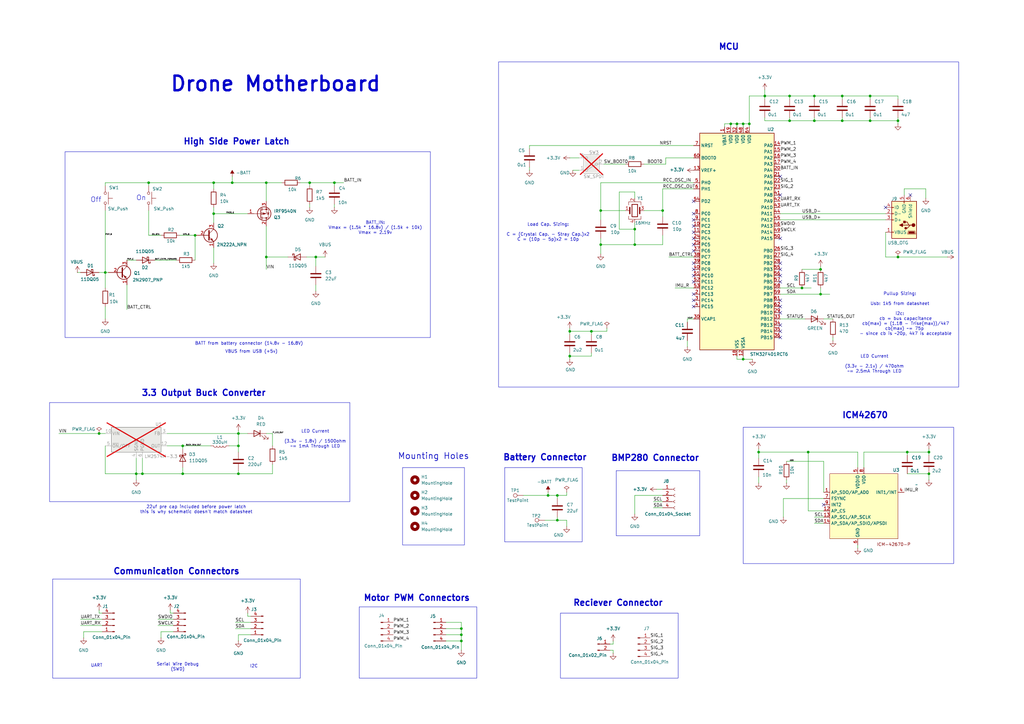
<source format=kicad_sch>
(kicad_sch (version 20231120) (generator "eeschema") (generator_version "8.0")
  (paper "A3")
  (title_block (title "Drone Motherboard") (date "2025-06-09") (rev "1.0"))
  (junction (at 97.79 182.88))
  (junction (at 97.79 194.31))
  (junction (at 60.96 74.93))
  (junction (at 87.63 87.63))
  (junction (at 304.8 50.8))
  (junction (at 381 185.42))
  (junction (at 336.55 110.49))
  (junction (at 271.78 86.36))
  (junction (at 233.68 135.89))
  (junction (at 323.85 49.53))
  (junction (at 80.01 96.52))
  (junction (at 97.79 177.8))
  (junction (at 95.25 74.93))
  (junction (at 311.15 185.42))
  (junction (at 228.6 203.2))
  (junction (at 87.63 74.93))
  (junction (at 307.34 50.8))
  (junction (at 55.88 194.31))
  (junction (at 328.93 118.11))
  (junction (at 368.3 105.41))
  (junction (at 109.22 74.93))
  (junction (at 58.42 194.31))
  (junction (at 246.38 86.36))
  (junction (at 356.87 49.53))
  (junction (at 40.64 177.8))
  (junction (at 189.23 262.89))
  (junction (at 228.6 213.36))
  (junction (at 302.26 50.8))
  (junction (at 336.55 120.65))
  (junction (at 127 74.93))
  (junction (at 299.72 50.8))
  (junction (at 323.85 39.37))
  (junction (at 129.54 105.41))
  (junction (at 43.18 111.76))
  (junction (at 260.35 93.98))
  (junction (at 189.23 260.35))
  (junction (at 313.69 39.37))
  (junction (at 224.79 203.2))
  (junction (at 242.57 135.89))
  (junction (at 331.47 185.42))
  (junction (at 137.16 74.93))
  (junction (at 109.22 105.41))
  (junction (at 345.44 49.53))
  (junction (at 345.44 39.37))
  (junction (at 233.68 146.05))
  (junction (at 189.23 257.81))
  (junction (at 356.87 39.37))
  (junction (at 334.01 39.37))
  (junction (at 372.11 185.42))
  (junction (at 260.35 100.33))
  (junction (at 334.01 49.53))
  (junction (at 246.38 100.33))
  (junction (at 368.3 49.53))
  (junction (at 74.93 194.31))
  (junction (at 381 194.31))
  (junction (at 304.8 147.32))
  (junction (at 74.93 182.88))
  (no_connect (at 373.38 80.01))
  (no_connect (at 320.04 110.49))
  (no_connect (at 284.48 95.25))
  (no_connect (at 284.48 90.17))
  (no_connect (at 320.04 133.35))
  (no_connect (at 337.82 207.01))
  (no_connect (at 284.48 107.95))
  (no_connect (at 320.04 72.39))
  (no_connect (at 320.04 138.43))
  (no_connect (at 320.04 107.95))
  (no_connect (at 284.48 87.63))
  (no_connect (at 320.04 115.57))
  (no_connect (at 320.04 125.73))
  (no_connect (at 320.04 97.79))
  (no_connect (at 284.48 115.57))
  (no_connect (at 284.48 100.33))
  (no_connect (at 284.48 110.49))
  (no_connect (at 320.04 80.01))
  (no_connect (at 320.04 135.89))
  (no_connect (at 284.48 97.79))
  (no_connect (at 284.48 113.03))
  (no_connect (at 284.48 123.19))
  (no_connect (at 284.48 120.65))
  (no_connect (at 320.04 123.19))
  (no_connect (at 363.22 85.09))
  (no_connect (at 320.04 113.03))
  (no_connect (at 320.04 128.27))
  (no_connect (at 284.48 125.73))
  (no_connect (at 284.48 82.55))
  (no_connect (at 284.48 102.87))
  (no_connect (at 284.48 92.71))
  (wire (pts (xy 260.35 203.2) (xy 260.35 210.82)))
  (wire (pts (xy 260.35 93.98) (xy 260.35 100.33)))
  (wire (pts (xy 281.94 139.7) (xy 281.94 142.24)))
  (wire (pts (xy 34.29 259.08) (xy 41.91 259.08)))
  (wire (pts (xy 246.38 100.33) (xy 246.38 104.14)))
  (wire (pts (xy 246.38 74.93) (xy 284.48 74.93)))
  (wire (pts (xy 345.44 39.37) (xy 345.44 40.64)))
  (wire (pts (xy 233.68 64.77) (xy 237.49 64.77)))
  (wire (pts (xy 87.63 87.63) (xy 87.63 91.44)))
  (wire (pts (xy 323.85 48.26) (xy 323.85 49.53)))
  (wire (pts (xy 274.32 105.41) (xy 284.48 105.41)))
  (wire (pts (xy 356.87 49.53) (xy 368.3 49.53)))
  (wire (pts (xy 58.42 194.31) (xy 55.88 194.31)))
  (wire (pts (xy 43.18 194.31) (xy 55.88 194.31)))
  (wire (pts (xy 248.92 134.62) (xy 248.92 135.89)))
  (wire (pts (xy 304.8 146.05) (xy 304.8 147.32)))
  (wire (pts (xy 336.55 120.65) (xy 340.36 120.65)))
  (wire (pts (xy 242.57 135.89) (xy 242.57 137.16)))
  (wire (pts (xy 182.88 255.27) (xy 189.23 255.27)))
  (wire (pts (xy 323.85 49.53) (xy 334.01 49.53)))
  (wire (pts (xy 24.13 177.8) (xy 40.64 177.8)))
  (wire (pts (xy 322.58 189.23) (xy 337.82 189.23)))
  (wire (pts (xy 233.68 146.05) (xy 233.68 144.78)))
  (wire (pts (xy 304.8 147.32) (xy 308.61 147.32)))
  (wire (pts (xy 273.05 67.31) (xy 273.05 64.77)))
  (wire (pts (xy 264.16 86.36) (xy 271.78 86.36)))
  (wire (pts (xy 74.93 194.31) (xy 97.79 194.31)))
  (wire (pts (xy 368.3 105.41) (xy 388.62 105.41)))
  (wire (pts (xy 133.35 105.41) (xy 129.54 105.41)))
  (wire (pts (xy 281.94 132.08) (xy 281.94 130.81)))
  (wire (pts (xy 55.88 187.96) (xy 55.88 194.31)))
  (wire (pts (xy 69.85 250.19) (xy 69.85 251.46)))
  (wire (pts (xy 334.01 39.37) (xy 345.44 39.37)))
  (wire (pts (xy 281.94 130.81) (xy 284.48 130.81)))
  (wire (pts (xy 323.85 39.37) (xy 323.85 40.64)))
  (wire (pts (xy 97.79 182.88) (xy 97.79 185.42)))
  (wire (pts (xy 368.3 49.53) (xy 368.3 50.8)))
  (wire (pts (xy 307.34 50.8) (xy 307.34 39.37)))
  (wire (pts (xy 66.04 259.08) (xy 71.12 259.08)))
  (wire (pts (xy 299.72 52.07) (xy 299.72 50.8)))
  (wire (pts (xy 189.23 262.89) (xy 189.23 266.7)))
  (wire (pts (xy 97.79 193.04) (xy 97.79 194.31)))
  (wire (pts (xy 129.54 119.38) (xy 129.54 116.84)))
  (wire (pts (xy 189.23 255.27) (xy 189.23 257.81)))
  (wire (pts (xy 217.17 59.69) (xy 284.48 59.69)))
  (wire (pts (xy 232.41 213.36) (xy 232.41 215.9)))
  (wire (pts (xy 267.97 205.74) (xy 271.78 205.74)))
  (wire (pts (xy 43.18 111.76) (xy 44.45 111.76)))
  (wire (pts (xy 311.15 185.42) (xy 311.15 187.96)))
  (wire (pts (xy 69.85 251.46) (xy 71.12 251.46)))
  (wire (pts (xy 302.26 147.32) (xy 304.8 147.32)))
  (wire (pts (xy 313.69 48.26) (xy 313.69 49.53)))
  (wire (pts (xy 228.6 213.36) (xy 228.6 212.09)))
  (wire (pts (xy 341.63 139.7) (xy 341.63 138.43)))
  (wire (pts (xy 74.93 191.77) (xy 74.93 194.31)))
  (wire (pts (xy 368.3 48.26) (xy 368.3 49.53)))
  (wire (pts (xy 74.93 184.15) (xy 74.93 182.88)))
  (wire (pts (xy 43.18 86.36) (xy 43.18 111.76)))
  (wire (pts (xy 109.22 74.93) (xy 109.22 82.55)))
  (wire (pts (xy 331.47 185.42) (xy 351.79 185.42)))
  (wire (pts (xy 356.87 48.26) (xy 356.87 49.53)))
  (wire (pts (xy 345.44 48.26) (xy 345.44 49.53)))
  (wire (pts (xy 313.69 39.37) (xy 313.69 40.64)))
  (wire (pts (xy 80.01 96.52) (xy 80.01 106.68)))
  (wire (pts (xy 55.88 194.31) (xy 55.88 196.85)))
  (wire (pts (xy 302.26 50.8) (xy 304.8 50.8)))
  (wire (pts (xy 363.22 105.41) (xy 363.22 95.25)))
  (wire (pts (xy 337.82 189.23) (xy 337.82 201.93)))
  (wire (pts (xy 111.76 190.5) (xy 111.76 194.31)))
  (wire (pts (xy 320.04 90.17) (xy 363.22 90.17)))
  (wire (pts (xy 297.18 52.07) (xy 297.18 50.8)))
  (wire (pts (xy 302.26 146.05) (xy 302.26 147.32)))
  (wire (pts (xy 307.34 50.8) (xy 304.8 50.8)))
  (wire (pts (xy 251.46 264.16) (xy 250.19 264.16)))
  (wire (pts (xy 345.44 39.37) (xy 356.87 39.37)))
  (wire (pts (xy 381 196.85) (xy 381 194.31)))
  (wire (pts (xy 137.16 83.82) (xy 137.16 85.09)))
  (wire (pts (xy 87.63 85.09) (xy 87.63 87.63)))
  (wire (pts (xy 271.78 86.36) (xy 271.78 88.9)))
  (wire (pts (xy 311.15 185.42) (xy 331.47 185.42)))
  (wire (pts (xy 334.01 49.53) (xy 345.44 49.53)))
  (wire (pts (xy 322.58 198.12) (xy 322.58 196.85)))
  (wire (pts (xy 363.22 105.41) (xy 368.3 105.41)))
  (wire (pts (xy 336.55 109.22) (xy 336.55 110.49)))
  (wire (pts (xy 246.38 100.33) (xy 260.35 100.33)))
  (wire (pts (xy 189.23 257.81) (xy 189.23 260.35)))
  (wire (pts (xy 87.63 74.93) (xy 95.25 74.93)))
  (wire (pts (xy 40.64 251.46) (xy 41.91 251.46)))
  (wire (pts (xy 256.54 86.36) (xy 246.38 86.36)))
  (wire (pts (xy 372.11 194.31) (xy 381 194.31)))
  (wire (pts (xy 313.69 36.83) (xy 313.69 39.37)))
  (wire (pts (xy 64.77 256.54) (xy 71.12 256.54)))
  (wire (pts (xy 354.33 185.42) (xy 372.11 185.42)))
  (wire (pts (xy 264.16 67.31) (xy 273.05 67.31)))
  (wire (pts (xy 271.78 77.47) (xy 271.78 86.36)))
  (wire (pts (xy 87.63 101.6) (xy 87.63 107.95)))
  (wire (pts (xy 73.66 96.52) (xy 80.01 96.52)))
  (wire (pts (xy 95.25 74.93) (xy 109.22 74.93)))
  (wire (pts (xy 334.01 212.09) (xy 337.82 212.09)))
  (wire (pts (xy 52.07 127) (xy 52.07 116.84)))
  (wire (pts (xy 246.38 86.36) (xy 246.38 74.93)))
  (wire (pts (xy 182.88 257.81) (xy 189.23 257.81)))
  (wire (pts (xy 271.78 96.52) (xy 271.78 100.33)))
  (wire (pts (xy 260.35 203.2) (xy 271.78 203.2)))
  (wire (pts (xy 217.17 68.58) (xy 217.17 69.85)))
  (wire (pts (xy 101.6 177.8) (xy 97.79 177.8)))
  (wire (pts (xy 224.79 203.2) (xy 228.6 203.2)))
  (wire (pts (xy 334.01 214.63) (xy 337.82 214.63)))
  (wire (pts (xy 372.11 185.42) (xy 372.11 186.69)))
  (wire (pts (xy 97.79 262.89) (xy 97.79 260.35)))
  (wire (pts (xy 95.25 72.39) (xy 95.25 74.93)))
  (wire (pts (xy 34.29 261.62) (xy 34.29 259.08)))
  (wire (pts (xy 66.04 261.62) (xy 66.04 259.08)))
  (wire (pts (xy 337.82 130.81) (xy 341.63 130.81)))
  (wire (pts (xy 74.93 194.31) (xy 58.42 194.31)))
  (wire (pts (xy 276.86 118.11) (xy 284.48 118.11)))
  (wire (pts (xy 101.6 251.46) (xy 101.6 252.73)))
  (wire (pts (xy 323.85 49.53) (xy 313.69 49.53)))
  (wire (pts (xy 52.07 106.68) (xy 55.88 106.68)))
  (wire (pts (xy 260.35 100.33) (xy 271.78 100.33)))
  (wire (pts (xy 40.64 111.76) (xy 43.18 111.76)))
  (wire (pts (xy 109.22 74.93) (xy 115.57 74.93)))
  (wire (pts (xy 233.68 147.32) (xy 233.68 146.05)))
  (wire (pts (xy 336.55 110.49) (xy 328.93 110.49)))
  (wire (pts (xy 111.76 177.8) (xy 111.76 182.88)))
  (wire (pts (xy 313.69 39.37) (xy 323.85 39.37)))
  (wire (pts (xy 224.79 203.2) (xy 214.63 203.2)))
  (wire (pts (xy 129.54 105.41) (xy 125.73 105.41)))
  (wire (pts (xy 64.77 254) (xy 71.12 254)))
  (wire (pts (xy 260.35 78.74) (xy 254 78.74)))
  (wire (pts (xy 109.22 105.41) (xy 109.22 110.49)))
  (wire (pts (xy 260.35 91.44) (xy 260.35 93.98)))
  (wire (pts (xy 251.46 267.97) (xy 251.46 266.7)))
  (wire (pts (xy 267.97 208.28) (xy 271.78 208.28)))
  (wire (pts (xy 33.02 254) (xy 41.91 254)))
  (wire (pts (xy 217.17 60.96) (xy 217.17 59.69)))
  (wire (pts (xy 43.18 118.11) (xy 43.18 111.76)))
  (wire (pts (xy 33.02 256.54) (xy 41.91 256.54)))
  (wire (pts (xy 321.31 204.47) (xy 337.82 204.47)))
  (wire (pts (xy 87.63 87.63) (xy 101.6 87.63)))
  (wire (pts (xy 40.64 177.8) (xy 43.18 177.8)))
  (wire (pts (xy 101.6 252.73) (xy 102.87 252.73)))
  (wire (pts (xy 328.93 118.11) (xy 332.74 118.11)))
  (wire (pts (xy 370.84 77.47) (xy 379.73 77.47)))
  (wire (pts (xy 351.79 185.42) (xy 351.79 191.77)))
  (wire (pts (xy 127 85.09) (xy 127 83.82)))
  (wire (pts (xy 68.58 182.88) (xy 74.93 182.88)))
  (wire (pts (xy 320.04 130.81) (xy 330.2 130.81)))
  (wire (pts (xy 370.84 80.01) (xy 370.84 77.47)))
  (wire (pts (xy 372.11 185.42) (xy 381 185.42)))
  (wire (pts (xy 97.79 177.8) (xy 97.79 182.88)))
  (wire (pts (xy 109.22 92.71) (xy 109.22 105.41)))
  (wire (pts (xy 87.63 77.47) (xy 87.63 74.93)))
  (wire (pts (xy 43.18 182.88) (xy 43.18 194.31)))
  (wire (pts (xy 228.6 203.2) (xy 228.6 204.47)))
  (wire (pts (xy 137.16 74.93) (xy 127 74.93)))
  (wire (pts (xy 97.79 260.35) (xy 102.87 260.35)))
  (wire (pts (xy 96.52 257.81) (xy 102.87 257.81)))
  (wire (pts (xy 224.79 201.93) (xy 224.79 203.2)))
  (wire (pts (xy 228.6 213.36) (xy 223.52 213.36)))
  (wire (pts (xy 356.87 39.37) (xy 356.87 40.64)))
  (wire (pts (xy 334.01 39.37) (xy 334.01 40.64)))
  (wire (pts (xy 189.23 260.35) (xy 189.23 262.89)))
  (wire (pts (xy 233.68 135.89) (xy 233.68 137.16)))
  (wire (pts (xy 233.68 135.89) (xy 242.57 135.89)))
  (wire (pts (xy 260.35 81.28) (xy 260.35 78.74)))
  (wire (pts (xy 368.3 39.37) (xy 368.3 40.64)))
  (wire (pts (xy 74.93 182.88) (xy 86.36 182.88)))
  (wire (pts (xy 379.73 77.47) (xy 379.73 81.28)))
  (wire (pts (xy 43.18 130.81) (xy 43.18 125.73)))
  (wire (pts (xy 336.55 118.11) (xy 336.55 120.65)))
  (wire (pts (xy 137.16 76.2) (xy 137.16 74.93)))
  (wire (pts (xy 254 78.74) (xy 254 93.98)))
  (wire (pts (xy 63.5 106.68) (xy 72.39 106.68)))
  (wire (pts (xy 323.85 39.37) (xy 334.01 39.37)))
  (wire (pts (xy 127 74.93) (xy 127 76.2)))
  (wire (pts (xy 242.57 135.89) (xy 248.92 135.89)))
  (wire (pts (xy 111.76 177.8) (xy 109.22 177.8)))
  (wire (pts (xy 140.97 74.93) (xy 137.16 74.93)))
  (wire (pts (xy 251.46 266.7) (xy 250.19 266.7)))
  (wire (pts (xy 311.15 184.15) (xy 311.15 185.42)))
  (wire (pts (xy 123.19 74.93) (xy 127 74.93)))
  (wire (pts (xy 182.88 262.89) (xy 189.23 262.89)))
  (wire (pts (xy 273.05 64.77) (xy 284.48 64.77)))
  (wire (pts (xy 233.68 146.05) (xy 242.57 146.05)))
  (wire (pts (xy 345.44 49.53) (xy 356.87 49.53)))
  (wire (pts (xy 60.96 96.52) (xy 66.04 96.52)))
  (wire (pts (xy 307.34 52.07) (xy 307.34 50.8)))
  (wire (pts (xy 311.15 195.58) (xy 311.15 198.12)))
  (wire (pts (xy 129.54 109.22) (xy 129.54 105.41)))
  (wire (pts (xy 254 93.98) (xy 260.35 93.98)))
  (wire (pts (xy 351.79 223.52) (xy 351.79 224.79)))
  (wire (pts (xy 320.04 118.11) (xy 328.93 118.11)))
  (wire (pts (xy 331.47 185.42) (xy 331.47 209.55)))
  (wire (pts (xy 354.33 185.42) (xy 354.33 191.77)))
  (wire (pts (xy 284.48 77.47) (xy 271.78 77.47)))
  (wire (pts (xy 251.46 262.89) (xy 251.46 264.16)))
  (wire (pts (xy 233.68 134.62) (xy 233.68 135.89)))
  (wire (pts (xy 381 185.42) (xy 381 186.69)))
  (wire (pts (xy 320.04 87.63) (xy 363.22 87.63)))
  (wire (pts (xy 247.65 67.31) (xy 256.54 67.31)))
  (wire (pts (xy 43.18 76.2) (xy 43.18 74.93)))
  (wire (pts (xy 31.75 111.76) (xy 33.02 111.76)))
  (wire (pts (xy 60.96 86.36) (xy 60.96 96.52)))
  (wire (pts (xy 381 184.15) (xy 381 185.42)))
  (wire (pts (xy 334.01 48.26) (xy 334.01 49.53)))
  (wire (pts (xy 118.11 105.41) (xy 109.22 105.41)))
  (wire (pts (xy 321.31 204.47) (xy 321.31 212.09)))
  (wire (pts (xy 58.42 187.96) (xy 58.42 194.31)))
  (wire (pts (xy 68.58 177.8) (xy 97.79 177.8)))
  (wire (pts (xy 242.57 146.05) (xy 242.57 144.78)))
  (wire (pts (xy 307.34 39.37) (xy 313.69 39.37)))
  (wire (pts (xy 304.8 52.07) (xy 304.8 50.8)))
  (wire (pts (xy 299.72 50.8) (xy 302.26 50.8)))
  (wire (pts (xy 269.24 200.66) (xy 271.78 200.66)))
  (wire (pts (xy 356.87 39.37) (xy 368.3 39.37)))
  (wire (pts (xy 246.38 86.36) (xy 246.38 90.17)))
  (wire (pts (xy 237.49 69.85) (xy 234.95 69.85)))
  (wire (pts (xy 331.47 209.55) (xy 337.82 209.55)))
  (wire (pts (xy 246.38 97.79) (xy 246.38 100.33)))
  (wire (pts (xy 320.04 120.65) (xy 336.55 120.65)))
  (wire (pts (xy 182.88 260.35) (xy 189.23 260.35)))
  (wire (pts (xy 60.96 74.93) (xy 60.96 76.2)))
  (wire (pts (xy 96.52 255.27) (xy 102.87 255.27)))
  (wire (pts (xy 302.26 52.07) (xy 302.26 50.8)))
  (wire (pts (xy 228.6 203.2) (xy 232.41 203.2)))
  (wire (pts (xy 60.96 74.93) (xy 87.63 74.93)))
  (wire (pts (xy 43.18 74.93) (xy 60.96 74.93)))
  (wire (pts (xy 297.18 50.8) (xy 299.72 50.8)))
  (wire (pts (xy 40.64 250.19) (xy 40.64 251.46)))
  (wire (pts (xy 93.98 182.88) (xy 97.79 182.88)))
  (wire (pts (xy 111.76 194.31) (xy 97.79 194.31)))
  (wire (pts (xy 97.79 176.53) (xy 97.79 177.8)))
  (wire (pts (xy 232.41 203.2) (xy 232.41 201.93)))
  (wire (pts (xy 232.41 213.36) (xy 228.6 213.36)))
  (rectangle (start 165.1 191.77) (end 190.5 223.52))
  (rectangle (start 147.32 248.92) (end 195.58 278.13))
  (rectangle (start 21.59 237.49) (end 123.19 278.13))
  (rectangle (start 252.73 193.04) (end 287.02 219.71))
  (rectangle (start 207.01 191.77) (end 238.76 222.25))
  (rectangle (start 304.8 175.26) (end 391.16 231.14))
  (rectangle (start 229.87 251.46) (end 278.13 278.13))
  (rectangle (start 20.32 165.1) (end 143.51 205.74))
  (rectangle (start 204.47 25.4) (end 393.192 158.75))
  (rectangle (start 26.67 62.23) (end 176.53 138.43))
  (text "BATT_IN:\nVmax = (1.5k * 16.8v) / (1.5k + 10k)\nVmax = 2.19v\n" (at 153.924 93.472 0) (effects (font (size 1.27 1.27))))
  (text "Serial Wire Debug\n(SWD)" (at 72.898 273.558 0) (effects (font (size 1.27 1.27))))
  (text "I2C" (at 104.14 273.304 0) (effects (font (size 1.27 1.27))))
  (text "Motor PWM Connectors" (at 170.942 245.364 0) (effects (font (size 2.5 2.5) (thickness 0.5) (bold yes))))
  (text "ICM42670" (at 354.838 170.434 0) (effects (font (size 2.5 2.5) (thickness 0.5) (bold yes))))
  (text "Drone Motherboard" (at 113.03 34.544 0) (effects (font (size 6 6) (thickness 1) (bold yes))))
  (text "BATT from battery connector (14.8v - 16.8V) " (at 102.616 140.97 0) (effects (font (size 1.27 1.27))))
  (text "VBUS from USB (+5v)" (at 103.124 144.272 0) (effects (font (size 1.27 1.27))))
  (text "High Side Power Latch" (at 97.028 58.166 0) (effects (font (size 2.5 2.5) (thickness 0.5) (bold yes))))
  (text "3.3 Output Buck Converter" (at 83.566 161.29 0) (effects (font (size 2.5 2.5) (thickness 0.5) (bold yes))))
  (text "Load Cap. Sizing:\n\nC = (Crystal Cap. - Stray Cap.)x2\nC = (10p - 5p)x2 = 10p" (at 224.79 95.25 0) (effects (font (size 1.27 1.27))))
  (text "UART" (at 39.624 273.05 0) (effects (font (size 1.27 1.27))))
  (text "Off" (at 39.37 82.042 0) (effects (font (size 2 2))))
  (text "On" (at 57.912 81.28 0) (effects (font (size 2 2))))
  (text "BMP280 Connector" (at 268.732 187.96 0) (effects (font (size 2.5 2.5) (thickness 0.5) (bold yes))))
  (text "MCU" (at 298.958 19.304 0) (effects (font (size 2.5 2.5) (thickness 0.5) (bold yes))))
  (text "LED Current\n\n(3.3v - 1.8v) / 1500ohm\n~= 1mA Through LED" (at 129.286 180.086 0) (effects (font (size 1.27 1.27))))
  (text "Pullup Sizing:\n\nUsb: 1k5 from datasheet\n\ni2c:\n	cb = bus capacitance\n	cb(max) = (1.18 - Trise(max))/4k7\n	cb(max) ~= 75p \n	- since cb is ~20p, 4k7 is acceptable" (at 369.062 128.778 0) (effects (font (size 1.27 1.27))))
  (text "22uf pre cap included before power latch\nthis is why schematic doesn't match datasheet" (at 80.518 209.042 0) (effects (font (size 1.27 1.27))))
  (text "LED Current\n\n(3.3v - 2.1v) / 470ohm\n~= 2.5mA Through LED" (at 358.648 149.352 0) (effects (font (size 1.27 1.27))))
  (text "Battery Connector" (at 223.52 187.706 0) (effects (font (size 2.5 2.5) (thickness 0.5) (bold yes))))
  (text "Communication Connectors" (at 72.39 234.442 0) (effects (font (size 2.5 2.5) (thickness 0.5) (bold yes))))
  (text "Reciever Connector" (at 253.492 247.396 0) (effects (font (size 2.5 2.5) (thickness 0.5) (bold yes))))
  (text "Mounting Holes" (at 177.8 187.198 0) (effects (font (size 2.5 2.5) (thickness 0.254) (bold yes))))
  (label "IMU_R" (at 370.84 201.93 0))
  (label "SIG_2" (at 320.04 77.47 0))
  (label "BATT_CTRL" (at 274.32 105.41 0))
  (label "IMU_R" (at 276.86 118.11 0))
  (label "ON_BTN" (at 62.23 96.52 0) (effects (font (size 0.54 0.54))))
  (label "USB_D+" (at 328.93 90.17 0))
  (label "SIG_4" (at 266.7 269.24 0))
  (label "SDA" (at 334.01 214.63 0))
  (label "PWM_2" (at 161.29 257.81 0))
  (label "UART_TX" (at 320.04 85.09 0))
  (label "SDA" (at 322.58 120.65 0))
  (label "PWM_1" (at 320.04 59.69 0))
  (label "PWM_3" (at 320.04 64.77 0))
  (label "BOOT0" (at 265.43 67.31 0))
  (label "UART_RX" (at 33.02 256.54 0))
  (label "PWM_4" (at 320.04 67.31 0))
  (label "SDA" (at 267.97 208.28 0))
  (label "SCL" (at 96.52 255.27 0))
  (label "NPN_B" (at 74.93 96.52 0) (effects (font (size 0.54 0.54))))
  (label "BATT_IN" (at 320.04 69.85 0))
  (label "PWM_3" (at 161.29 260.35 0))
  (label "SIG_1" (at 320.04 74.93 0))
  (label "P_LED_OUT" (at 111.76 177.8 0) (effects (font (size 0.54 0.54))))
  (label "SDA" (at 96.52 257.81 0))
  (label "SCL" (at 334.01 212.09 0))
  (label "SCL" (at 322.58 118.11 0))
  (label "PWM_1" (at 161.29 255.27 0))
  (label "BATT_IN" (at 140.97 74.93 0))
  (label "STATUS_OUT" (at 339.09 130.81 0))
  (label "BATT_CNTRL_FORWARD" (at 63.5 106.68 0) (effects (font (size 0.54 0.54))))
  (label "NRST" (at 270.51 59.69 0))
  (label "SWDIO" (at 320.04 92.71 0))
  (label "RCC_OSC_IN" (at 271.78 74.93 0))
  (label "VIN" (at 109.22 110.49 0))
  (label "PMOS_G" (at 92.71 87.63 0) (effects (font (size 0.54 0.54))))
  (label "PWM_2" (at 320.04 62.23 0))
  (label "SW_BOOT0" (at 247.65 67.31 0))
  (label "UART_RX" (at 320.04 82.55 0))
  (label "SWDIO" (at 64.77 254 0))
  (label "VCAP" (at 281.94 130.81 0) (effects (font (size 0.54 0.54))))
  (label "UART_TX" (at 33.02 254 0))
  (label "STATUS" (at 322.58 130.81 0))
  (label "SWCLK" (at 64.77 256.54 0))
  (label "AD0" (at 323.85 189.23 0) (effects (font (size 0.54 0.54))))
  (label "SIG_2" (at 266.7 264.16 0))
  (label "VIN" (at 24.13 177.8 0))
  (label "BUCK_RAW_OUT" (at 76.2 182.88 0) (effects (font (size 0.54 0.54))))
  (label "RCC_OSC_OUT" (at 271.78 77.47 0))
  (label "SIG_3" (at 266.7 266.7 0))
  (label "SWCLK" (at 320.04 95.25 0))
  (label "SIG_3" (at 320.04 102.87 0))
  (label "PWM_4" (at 161.29 262.89 0))
  (label "PNP_C" (at 52.07 106.68 0) (effects (font (size 0.54 0.54))))
  (label "USB_D-" (at 328.93 87.63 0))
  (label "PNP_B" (at 43.18 96.52 0) (effects (font (size 0.54 0.54))))
  (label "SCL" (at 267.97 205.74 0))
  (label "SIG_1" (at 266.7 261.62 0))
  (label "SIG_4" (at 320.04 105.41 0))
  (label "BATT_CTRL" (at 52.07 127 0))
  (symbol (lib_id "power:GND") (at 379.73 81.28 0) (unit 1)
    (property "Reference" "#PWR042" (effects (hide yes)))
    (property "Value" "GND" (at 379.73 86.36 0))
    (property "Description" "Power symbol creates a global label with name \"GND\" , ground" (effects (hide yes)))
  )
  (symbol (lib_id "power:+3.3V") (at 69.85 250.19 0) (unit 1)
    (property "Reference" "#PWR07" (effects (hide yes)))
    (property "Value" "+3.3V" (at 69.85 245.11 0))
    (property "Description" "Power symbol creates a global label with name \"+3.3V\"" (effects (hide yes)))
  )
  (symbol (lib_id "power:GND") (at 368.3 50.8 0) (unit 1)
    (property "Reference" "#PWR041" (effects (hide yes)))
    (property "Value" "GND" (effects (hide yes)))
    (property "Description" "Power symbol creates a global label with name \"GND\" , ground" (effects (hide yes)))
  )
  (symbol (lib_id "Mechanical:MountingHole") (at 170.18 209.55 0) (unit 1) (exclude_from_sim yes) (in_bom no)
    (property "Reference" "H3" (at 172.72 208.2799 0) (effects (justify left)))
    (property "Value" "MountingHole" (at 172.72 210.8199 0) (effects (justify left)))
    (property "Footprint" "MountingHole:MountingHole_3.2mm_M3_Pad" (effects (hide yes)))
    (property "Description" "Mounting Hole without connection" (effects (hide yes)))
  )
  (symbol (lib_id "Switch:SW_SPDT") (at 242.57 67.31 180) (unit 1) (dnp yes)
    (property "Reference" "SW3" (at 243.586 62.484 0))
    (property "Value" "SW_SPDT" (at 243.586 72.39 0))
    (property "Footprint" "footprints:CUS-12TB_NDC" (effects (hide yes)))
    (property "Description" "Switch, single pole double throw" (effects (hide yes)))
  )
  (symbol (lib_id "power:GND") (at 127 85.09 0) (unit 1)
    (property "Reference" "#PWR013" (effects (hide yes)))
    (property "Value" "GND" (at 127 90.17 0))
    (property "Description" "Power symbol creates a global label with name \"GND\" , ground" (effects (hide yes)))
  )
  (symbol (lib_id "Connector:Conn_01x04_Pin") (at 177.8 257.81 0) (unit 1)
    (property "Reference" "J5" (at 177.546 252.73 0))
    (property "Value" "Conn_01x04_Pin" (at 180.594 265.43 0))
    (property "Footprint" "Connector_PinHeader_2.54mm:PinHeader_1x04_P2.54mm_Vertical" (effects (hide yes)))
    (property "Description" "Generic connector, single row, 01x04, script generated" (effects (hide yes)))
  )
  (symbol (lib_id "Device:D_Schottky") (at 74.93 187.96 270) (unit 1)
    (property "Reference" "D3" (at 77.47 186.3724 90) (effects (justify left)))
    (property "Value" "11DQ05" (at 77.47 188.9124 90) (effects (justify left)))
    (property "Footprint" "Diode_THT:D_DO-41_SOD81_P7.62mm_Horizontal" (effects (hide yes)))
    (property "Description" "Schottky diode" (effects (hide yes)))
  )
  (symbol (lib_id "Device:C") (at 246.38 93.98 0) (unit 1)
    (property "Reference" "C9" (at 250.19 92.71 0) (effects (justify left)))
    (property "Value" "10p" (at 250.444 95.25 0) (effects (justify left)))
    (property "Footprint" "Capacitor_SMD:C_0402_1005Metric" (effects (hide yes)))
    (property "Description" "Unpolarized capacitor" (effects (hide yes)))
    (property "LCSC" "C106199" (effects (hide yes)))
  )
  (symbol (lib_id "Device:C") (at 368.3 44.45 0) (unit 1)
    (property "Reference" "C18" (at 370.078 41.656 0) (effects (justify left)))
    (property "Value" "4u7" (at 369.57 46.99 0) (effects (justify left)))
    (property "Footprint" "Capacitor_SMD:C_0402_1005Metric" (effects (hide yes)))
    (property "Description" "Unpolarized capacitor" (effects (hide yes)))
    (property "LCSC" "C23733" (effects (hide yes)))
  )
  (symbol (lib_id "power:+3.3V") (at 311.15 184.15 0) (unit 1)
    (property "Reference" "#PWR034" (effects (hide yes)))
    (property "Value" "+3.3V" (at 311.15 179.07 0))
    (property "Description" "Power symbol creates a global label with name \"+3.3V\"" (effects (hide yes)))
  )
  (symbol (lib_id "power:+3.3V") (at 40.64 250.19 0) (unit 1)
    (property "Reference" "#PWR03" (effects (hide yes)))
    (property "Value" "+3.3V" (at 40.64 245.11 0))
    (property "Description" "Power symbol creates a global label with name \"+3.3V\"" (effects (hide yes)))
  )
  (symbol (lib_id "Device:R") (at 341.63 134.62 0) (unit 1)
    (property "Reference" "R13" (at 344.17 133.3499 0) (effects (justify left)))
    (property "Value" "470" (at 344.17 135.8899 0) (effects (justify left)))
    (property "Footprint" "Resistor_SMD:R_0402_1005Metric" (effects (hide yes)))
    (property "Description" "Resistor" (effects (hide yes)))
    (property "LCSC" "C25117" (effects (hide yes)))
  )
  (symbol (lib_id "Device:R") (at 69.85 96.52 90) (unit 1)
    (property "Reference" "R2" (at 70.104 94.234 90))
    (property "Value" "10k" (at 70.104 98.806 90))
    (property "Footprint" "Resistor_SMD:R_0402_1005Metric" (effects (hide yes)))
    (property "Description" "Resistor" (effects (hide yes)))
    (property "LCSC" " C25744" (effects (hide yes)))
  )
  (symbol (lib_id "power:GND") (at 311.15 198.12 0) (unit 1)
    (property "Reference" "#PWR035" (effects (hide yes)))
    (property "Value" "GND" (effects (hide yes)))
    (property "Description" "Power symbol creates a global label with name \"GND\" , ground" (effects (hide yes)))
  )
  (symbol (lib_id "power:GND") (at 43.18 130.81 0) (unit 1)
    (property "Reference" "#PWR04" (effects (hide yes)))
    (property "Value" "GND" (at 43.18 135.89 0))
    (property "Description" "Power symbol creates a global label with name \"GND\" , ground" (effects (hide yes)))
  )
  (symbol (lib_id "power:+3.3V") (at 284.48 69.85 90) (unit 1)
    (property "Reference" "#PWR031" (effects (hide yes)))
    (property "Value" "+3.3V" (at 277.622 69.596 90))
    (property "Description" "Power symbol creates a global label with name \"+3.3V\"" (effects (hide yes)))
  )
  (symbol (lib_id "Device:Q_PNP_EBC") (at 49.53 111.76 0) (unit 1)
    (property "Reference" "Q1" (at 54.864 112.014 0) (effects (justify left)))
    (property "Value" "2N2907_PNP" (at 54.356 114.808 0) (effects (justify left)))
    (property "Footprint" "Package_TO_SOT_THT:TO-92" (effects (hide yes)))
    (property "Description" "PNP transistor, emitter/base/collector" (effects (hide yes)))
  )
  (symbol (lib_id "power:GND") (at 97.79 262.89 0) (unit 1)
    (property "Reference" "#PWR09" (effects (hide yes)))
    (property "Value" "GND" (at 97.79 267.97 0))
    (property "Description" "Power symbol creates a global label with name \"GND\" , ground" (effects (hide yes)))
  )
  (symbol (lib_id "power:+3.3V") (at 97.79 176.53 0) (unit 1)
    (property "Reference" "#PWR010" (effects (hide yes)))
    (property "Value" "+3.3V" (at 97.79 171.45 0))
    (property "Description" "Power symbol creates a global label with name \"+3.3V\"" (effects (hide yes)))
  )
  (symbol (lib_id "Connector:Conn_01x04_Socket") (at 276.86 203.2 0) (unit 1)
    (property "Reference" "J8" (at 272.034 197.358 0) (effects (justify left)))
    (property "Value" "Conn_01x04_Socket" (at 264.414 210.82 0) (effects (justify left)))
    (property "Footprint" "Connector_PinHeader_2.54mm:PinHeader_1x04_P2.54mm_Vertical" (effects (hide yes)))
    (property "Description" "Generic connector, single row, 01x04, script generated" (effects (hide yes)))
  )
  (symbol (lib_id "power:VBUS") (at 388.62 105.41 270) (unit 1)
    (property "Reference" "#PWR045" (effects (hide yes)))
    (property "Value" "VBUS" (at 386.08 103.378 90) (effects (justify left)))
    (property "Description" "Power symbol creates a global label with name \"VBUS\"" (effects (hide yes)))
  )
  (symbol (lib_id "power:+3.3V") (at 251.46 262.89 0) (unit 1)
    (property "Reference" "#PWR026" (effects (hide yes)))
    (property "Value" "+3.3V" (at 251.46 257.81 0))
    (property "Description" "Power symbol creates a global label with name \"+3.3V\"" (effects (hide yes)))
  )
  (symbol (lib_id "Device:C") (at 228.6 208.28 0) (unit 1)
    (property "Reference" "C7" (at 232.41 207.0099 0) (effects (justify left)))
    (property "Value" "22uF" (at 232.41 209.5499 0) (effects (justify left)))
    (property "Footprint" "Capacitor_THT:C_Radial_D5.0mm_H5.0mm_P2.00mm" (effects (hide yes)))
    (property "Description" "Unpolarized capacitor" (effects (hide yes)))
  )
  (symbol (lib_id "Device:C") (at 345.44 44.45 0) (unit 1)
    (property "Reference" "C16" (at 347.218 41.656 0) (effects (justify left)))
    (property "Value" "0u1" (at 346.71 46.99 0) (effects (justify left)))
    (property "Footprint" "Capacitor_SMD:C_0402_1005Metric" (effects (hide yes)))
    (property "Description" "Unpolarized capacitor" (effects (hide yes)))
    (property "LCSC" "C60474" (effects (hide yes)))
  )
  (symbol (lib_id "Connector:Conn_01x02_Pin") (at 245.11 264.16 0) (unit 1)
    (property "Reference" "J6" (at 245.872 261.874 0))
    (property "Value" "Conn_01x02_Pin" (at 241.046 268.732 0))
    (property "Footprint" "Connector_PinHeader_2.54mm:PinHeader_1x02_P2.54mm_Vertical" (effects (hide yes)))
    (property "Description" "Generic connector, single row, 01x02, script generated" (effects (hide yes)))
  )
  (symbol (lib_id "Device:R") (at 119.38 74.93 90) (unit 1)
    (property "Reference" "R6" (at 122.174 73.152 90))
    (property "Value" "10k" (at 119.888 77.724 90))
    (property "Footprint" "Resistor_SMD:R_0402_1005Metric" (effects (hide yes)))
    (property "Description" "Resistor" (effects (hide yes)))
    (property "LCSC" " C25744" (effects (hide yes)))
  )
  (symbol (lib_id "Device:C") (at 311.15 191.77 0) (unit 1)
    (property "Reference" "C14" (at 312.928 188.976 0) (effects (justify left)))
    (property "Value" "10n" (at 312.674 194.818 0) (effects (justify left)))
    (property "Footprint" "Capacitor_SMD:C_0402_1005Metric" (effects (hide yes)))
    (property "Description" "Unpolarized capacitor" (effects (hide yes)))
    (property "LCSC" "C60133" (effects (hide yes)))
  )
  (symbol (lib_id "Device:C") (at 372.11 190.5 0) (unit 1)
    (property "Reference" "C19" (at 373.888 187.706 0) (effects (justify left)))
    (property "Value" "0u1" (at 373.38 193.04 0) (effects (justify left)))
    (property "Footprint" "Capacitor_SMD:C_0402_1005Metric" (effects (hide yes)))
    (property "Description" "Unpolarized capacitor" (effects (hide yes)))
    (property "LCSC" "C60474" (effects (hide yes)))
  )
  (symbol (lib_id "Device:D_Schottky") (at 121.92 105.41 0) (unit 1)
    (property "Reference" "D5" (at 122.174 102.362 0))
    (property "Value" "11DQ05" (at 122.174 108.966 0))
    (property "Footprint" "Diode_THT:D_DO-41_SOD81_P7.62mm_Horizontal" (effects (hide yes)))
    (property "Description" "Schottky diode" (effects (hide yes)))
  )
  (symbol (lib_id "Mechanical:MountingHole") (at 170.18 196.85 0) (unit 1) (exclude_from_sim yes) (in_bom no)
    (property "Reference" "H1" (at 172.72 195.5799 0) (effects (justify left)))
    (property "Value" "MountingHole" (at 172.72 198.1199 0) (effects (justify left)))
    (property "Footprint" "MountingHole:MountingHole_3.2mm_M3_Pad" (effects (hide yes)))
    (property "Description" "Mounting Hole without connection" (effects (hide yes)))
  )
  (symbol (lib_id "Connector:Conn_01x04_Pin") (at 261.62 264.16 0) (unit 1)
    (property "Reference" "J7" (at 265.176 257.81 0))
    (property "Value" "Conn_01x04_Pin" (at 266.446 271.526 0))
    (property "Footprint" "Connector_PinHeader_2.54mm:PinHeader_1x04_P2.54mm_Vertical" (effects (hide yes)))
    (property "Description" "Generic connector, single row, 01x04, script generated" (effects (hide yes)))
  )
  (symbol (lib_id "power:+3.3V") (at 313.69 36.83 0) (unit 1)
    (property "Reference" "#PWR033" (effects (hide yes)))
    (property "Value" "+3.3V" (at 313.69 31.75 0))
    (property "Description" "Power symbol creates a global label with name \"+3.3V\"" (effects (hide yes)))
  )
  (symbol (lib_id "Device:R") (at 127 80.01 180) (unit 1)
    (property "Reference" "R7" (at 129.54 78.7399 0) (effects (justify right)))
    (property "Value" "1k5" (at 129.54 81.2799 0) (effects (justify right)))
    (property "Footprint" "Resistor_SMD:R_0402_1005Metric" (effects (hide yes)))
    (property "Description" "Resistor" (effects (hide yes)))
    (property "LCSC" " C25867" (effects (hide yes)))
  )
  (symbol (lib_id "power:VBUS") (at 133.35 105.41 0) (unit 1)
    (property "Reference" "#PWR015" (effects (hide yes)))
    (property "Value" "VBUS" (at 133.35 100.33 0))
    (property "Description" "Power symbol creates a global label with name \"VBUS\"" (effects (hide yes)))
  )
  (symbol (lib_id "Device:C") (at 313.69 44.45 0) (unit 1)
    (property "Reference" "C12" (at 315.468 41.656 0) (effects (justify left)))
    (property "Value" "0u1" (at 314.96 46.99 0) (effects (justify left)))
    (property "Footprint" "Capacitor_SMD:C_0402_1005Metric" (effects (hide yes)))
    (property "Description" "Unpolarized capacitor" (effects (hide yes)))
    (property "LCSC" "C60474" (effects (hide yes)))
  )
  (symbol (lib_id "power:GND") (at 66.04 261.62 0) (unit 1)
    (property "Reference" "#PWR06" (effects (hide yes)))
    (property "Value" "GND" (at 66.04 266.7 0))
    (property "Description" "Power symbol creates a global label with name \"GND\" , ground" (effects (hide yes)))
  )
  (symbol (lib_id "power:+3.3V") (at 269.24 200.66 90) (unit 1)
    (property "Reference" "#PWR029" (effects (hide yes)))
    (property "Value" "+3.3V" (at 265.43 200.6599 90) (effects (justify left)))
    (property "Description" "Power symbol creates a global label with name \"+3.3V\"" (effects (hide yes)))
  )
  (symbol (lib_id "power:GND") (at 322.58 198.12 0) (unit 1)
    (property "Reference" "#PWR036" (effects (hide yes)))
    (property "Value" "GND" (effects (hide yes)))
    (property "Description" "Power symbol creates a global label with name \"GND\" , ground" (effects (hide yes)))
  )
  (symbol (lib_id "power:PWR_FLAG") (at 40.64 177.8 0) (unit 1)
    (property "Reference" "#FLG01" (effects (hide yes)))
    (property "Value" "PWR_FLAG" (at 34.29 176.022 0))
    (property "Description" "Special symbol for telling ERC where power comes from" (effects (hide yes)))
  )
  (symbol (lib_id "Device:C") (at 334.01 44.45 0) (unit 1)
    (property "Reference" "C15" (at 335.788 41.656 0) (effects (justify left)))
    (property "Value" "0u1" (at 335.28 46.99 0) (effects (justify left)))
    (property "Footprint" "Capacitor_SMD:C_0402_1005Metric" (effects (hide yes)))
    (property "Description" "Unpolarized capacitor" (effects (hide yes)))
    (property "LCSC" "C60474" (effects (hide yes)))
  )
  (symbol (lib_id "Device:L") (at 90.17 182.88 270) (unit 1)
    (property "Reference" "L1" (at 90.17 179.324 90))
    (property "Value" "330uH" (at 90.17 181.356 90))
    (property "Footprint" "Inductor_THT:L_Axial_L5.3mm_D2.2mm_P7.62mm_Horizontal_Vishay_IM-1" (effects (hide yes)))
    (property "Description" "Inductor" (effects (hide yes)))
  )
  (symbol (lib_id "Device:C") (at 323.85 44.45 0) (unit 1)
    (property "Reference" "C13" (at 325.628 41.656 0) (effects (justify left)))
    (property "Value" "0u1" (at 325.12 46.99 0) (effects (justify left)))
    (property "Footprint" "Capacitor_SMD:C_0402_1005Metric" (effects (hide yes)))
    (property "Description" "Unpolarized capacitor" (effects (hide yes)))
    (property "LCSC" "C60474" (effects (hide yes)))
  )
  (symbol (lib_id "power:+3.3V") (at 336.55 109.22 0) (unit 1)
    (property "Reference" "#PWR037" (effects (hide yes)))
    (property "Value" "+3.3V" (at 336.55 104.14 0))
    (property "Description" "Power symbol creates a global label with name \"+3.3V\"" (effects (hide yes)))
  )
  (symbol (lib_id "Device:Q_NPN_EBC") (at 85.09 96.52 0) (unit 1)
    (property "Reference" "Q2" (at 89.154 92.71 0) (effects (justify left)))
    (property "Value" "2N222A_NPN" (at 88.9 100.33 0) (effects (justify left)))
    (property "Footprint" "Package_TO_SOT_THT:TO-92" (effects (hide yes)))
    (property "Description" "NPN transistor, emitter/base/collector" (effects (hide yes)))
  )
  (symbol (lib_id "Device:D_Schottky") (at 59.69 106.68 180) (unit 1)
    (property "Reference" "D2" (at 59.436 109.728 0))
    (property "Value" "11DQ05" (at 59.436 103.124 0))
    (property "Footprint" "Diode_THT:D_DO-41_SOD81_P7.62mm_Horizontal" (effects (hide yes)))
    (property "Description" "Schottky diode" (effects (hide yes)))
  )
  (symbol (lib_id "Device:C") (at 97.79 189.23 0) (unit 1)
    (property "Reference" "C2" (at 101.6 187.9599 0) (effects (justify left)))
    (property "Value" "220uF" (at 101.6 190.4999 0) (effects (justify left)))
    (property "Footprint" "Capacitor_THT:C_Radial_D6.3mm_H11.0mm_P2.50mm" (effects (hide yes)))
    (property "Description" "Unpolarized capacitor" (effects (hide yes)))
  )
  (symbol (lib_id "power:PWR_FLAG") (at 232.41 201.93 0) (unit 1)
    (property "Reference" "#FLG02" (effects (hide yes)))
    (property "Value" "PWR_FLAG" (at 232.41 196.85 0))
    (property "Description" "Special symbol for telling ERC where power comes from" (effects (hide yes)))
  )
  (symbol (lib_id "power:GND") (at 189.23 266.7 0) (unit 1)
    (property "Reference" "#PWR017" (effects (hide yes)))
    (property "Value" "GND" (at 189.23 271.78 0))
    (property "Description" "Power symbol creates a global label with name \"GND\" , ground" (effects (hide yes)))
  )
  (symbol (lib_id "Device:C") (at 233.68 140.97 0) (unit 1)
    (property "Reference" "C6" (at 235.458 138.176 0) (effects (justify left)))
    (property "Value" "2u2" (at 234.95 143.51 0) (effects (justify left)))
    (property "Footprint" "Capacitor_SMD:C_0402_1005Metric" (effects (hide yes)))
    (property "Description" "Unpolarized capacitor" (effects (hide yes)))
    (property "LCSC" "C170151" (effects (hide yes)))
  )
  (symbol (lib_id "power:GND") (at 55.88 196.85 0) (unit 1)
    (property "Reference" "#PWR05" (effects (hide yes)))
    (property "Value" "GND" (at 55.88 201.93 0))
    (property "Description" "Power symbol creates a global label with name \"GND\" , ground" (effects (hide yes)))
  )
  (symbol (lib_id "power:VBUS") (at 31.75 111.76 0) (unit 1)
    (property "Reference" "#PWR02" (effects (hide yes)))
    (property "Value" "VBUS" (at 28.956 107.442 0) (effects (justify left)))
    (property "Description" "Power symbol creates a global label with name \"VBUS\"" (effects (hide yes)))
  )
  (symbol (lib_id "Device:R") (at 260.35 67.31 90) (unit 1)
    (property "Reference" "R8" (at 259.08 64.77 90))
    (property "Value" "10k" (at 259.334 70.104 90))
    (property "Footprint" "Resistor_SMD:R_0402_1005Metric" (effects (hide yes)))
    (property "Description" "Resistor" (effects (hide yes)))
    (property "LCSC" " C25744" (effects (hide yes)))
  )
  (symbol (lib_id "Device:R") (at 322.58 193.04 180) (unit 1)
    (property "Reference" "R10" (at 320.294 192.786 90))
    (property "Value" "10k" (at 324.866 192.786 90))
    (property "Footprint" "Resistor_SMD:R_0402_1005Metric" (effects (hide yes)))
    (property "Description" "Resistor" (effects (hide yes)))
    (property "LCSC" " C25744" (effects (hide yes)))
  )
  (symbol (lib_id "Connector:TestPoint") (at 214.63 203.2 90) (unit 1)
    (property "Reference" "TP1" (at 211.328 201.168 90))
    (property "Value" "TestPoint" (at 212.344 205.232 90))
    (property "Footprint" "TestPoint:TestPoint_Pad_4.0x4.0mm" (effects (hide yes)))
    (property "Description" "test point" (effects (hide yes)))
  )
  (symbol (lib_id "power:GND") (at 233.68 147.32 0) (unit 1)
    (property "Reference" "#PWR022" (effects (hide yes)))
    (property "Value" "GND" (at 233.934 151.638 0))
    (property "Description" "Power symbol creates a global label with name \"GND\" , ground" (effects (hide yes)))
  )
  (symbol (lib_id "power:+3.3V") (at 101.6 251.46 0) (unit 1)
    (property "Reference" "#PWR012" (effects (hide yes)))
    (property "Value" "+3.3V" (at 101.6 246.38 0))
    (property "Description" "Power symbol creates a global label with name \"+3.3V\"" (effects (hide yes)))
  )
  (symbol (lib_id "power:+3.3V") (at 381 184.15 0) (mirror y) (unit 1)
    (property "Reference" "#PWR043" (effects (hide yes)))
    (property "Value" "+3.3V" (at 381 179.07 0))
    (property "Description" "Power symbol creates a global label with name \"+3.3V\"" (effects (hide yes)))
  )
  (symbol (lib_id "power:GND") (at 251.46 267.97 0) (unit 1)
    (property "Reference" "#PWR027" (effects (hide yes)))
    (property "Value" "GND" (effects (hide yes)))
    (property "Description" "Power symbol creates a global label with name \"GND\" , ground" (effects (hide yes)))
  )
  (symbol (lib_id "power:-BATT") (at 224.79 201.93 0) (unit 1)
    (property "Reference" "#PWR019" (effects (hide yes)))
    (property "Value" "-BATT" (at 223.266 197.612 0))
    (property "Description" "Power symbol creates a global label with name \"-BATT\"" (effects (hide yes)))
  )
  (symbol (lib_id "power:PWR_FLAG") (at 368.3 105.41 0) (unit 1)
    (property "Reference" "#FLG04" (effects (hide yes)))
    (property "Value" "PWR_FLAG" (at 375.158 103.378 0))
    (property "Description" "Special symbol for telling ERC where power comes from" (effects (hide yes)))
  )
  (symbol (lib_id "power:+3.3V") (at 233.68 134.62 0) (unit 1)
    (property "Reference" "#PWR021" (effects (hide yes)))
    (property "Value" "+3.3V" (at 231.14 130.048 0))
    (property "Description" "Power symbol creates a global label with name \"+3.3V\"" (effects (hide yes)))
  )
  (symbol (lib_id "power:GND") (at 281.94 142.24 0) (unit 1)
    (property "Reference" "#PWR030" (effects (hide yes)))
    (property "Value" "GND" (at 281.94 147.32 0))
    (property "Description" "Power symbol creates a global label with name \"GND\" , ground" (effects (hide yes)))
  )
  (symbol (lib_id "power:GND") (at 246.38 104.14 0) (unit 1)
    (property "Reference" "#PWR025" (effects (hide yes)))
    (property "Value" "GND" (at 246.38 109.22 0))
    (property "Description" "Power symbol creates a global label with name \"GND\" , ground" (effects (hide yes)))
  )
  (symbol (lib_id "power:GND") (at 129.54 119.38 0) (unit 1)
    (property "Reference" "#PWR014" (effects (hide yes)))
    (property "Value" "GND" (at 129.54 124.46 0))
    (property "Description" "Power symbol creates a global label with name \"GND\" , ground" (effects (hide yes)))
  )
  (symbol (lib_id "Device:R") (at 76.2 106.68 90) (unit 1)
    (property "Reference" "R3" (at 76.454 104.14 90))
    (property "Value" "1k5" (at 76.2 109.22 90))
    (property "Footprint" "Resistor_SMD:R_0402_1005Metric" (effects (hide yes)))
    (property "Description" "Resistor" (effects (hide yes)))
    (property "LCSC" " C25867" (effects (hide yes)))
  )
  (symbol (lib_id "Connector:Conn_01x04_Pin") (at 107.95 257.81 180) (unit 1)
    (property "Reference" "J3" (at 104.14 249.936 0))
    (property "Value" "Conn_01x04_Pin" (at 107.696 262.636 0))
    (property "Footprint" "Connector_PinHeader_2.54mm:PinHeader_1x04_P2.54mm_Vertical" (effects (hide yes)))
    (property "Description" "Generic connector, single row, 01x04, script generated" (effects (hide yes)))
  )
  (symbol (lib_id "Device:R") (at 328.93 114.3 180) (unit 1)
    (property "Reference" "R9" (at 326.644 114.046 90))
    (property "Value" "4k7" (at 331.216 114.046 90))
    (property "Footprint" "Resistor_SMD:R_0402_1005Metric" (effects (hide yes)))
    (property "Description" "Resistor" (effects (hide yes)))
    (property "LCSC" "C105871" (effects (hide yes)))
  )
  (symbol (lib_id "power:GND") (at 381 196.85 0) (unit 1)
    (property "Reference" "#PWR044" (effects (hide yes)))
    (property "Value" "GND" (effects (hide yes)))
    (property "Description" "Power symbol creates a global label with name \"GND\" , ground" (effects (hide yes)))
  )
  (symbol (lib_id "power:PWR_FLAG") (at 248.92 134.62 0) (unit 1)
    (property "Reference" "#FLG03" (effects (hide yes)))
    (property "Value" "PWR_FLAG" (at 242.57 132.842 0))
    (property "Description" "Special symbol for telling ERC where power comes from" (effects (hide yes)))
  )
  (symbol (lib_id "power:GND") (at 321.31 212.09 0) (unit 1)
    (property "Reference" "#PWR038" (effects (hide yes)))
    (property "Value" "GND" (at 317.246 213.868 0))
    (property "Description" "Power symbol creates a global label with name \"GND\" , ground" (effects (hide yes)))
  )
  (symbol (lib_id "power:GND") (at 234.95 69.85 0) (unit 1)
    (property "Reference" "#PWR023" (effects (hide yes)))
    (property "Value" "GND" (at 231.648 70.866 0))
    (property "Description" "Power symbol creates a global label with name \"GND\" , ground" (effects (hide yes)))
  )
  (symbol (lib_id "power:GND") (at 341.63 139.7 0) (unit 1)
    (property "Reference" "#PWR039" (effects (hide yes)))
    (property "Value" "GND" (at 341.63 144.78 0))
    (property "Description" "Power symbol creates a global label with name \"GND\" , ground" (effects (hide yes)))
  )
  (symbol (lib_id "Connector:Conn_01x04_Pin") (at 76.2 256.54 180) (unit 1)
    (property "Reference" "J2" (at 72.39 248.666 0))
    (property "Value" "Conn_01x04_Pin" (at 76.2 261.112 0))
    (property "Footprint" "Connector_PinHeader_2.54mm:PinHeader_1x04_P2.54mm_Vertical" (effects (hide yes)))
    (property "Description" "Generic connector, single row, 01x04, script generated" (effects (hide yes)))
  )
  (symbol (lib_id "power:-BATT") (at 95.25 72.39 0) (unit 1)
    (property "Reference" "#PWR011" (effects (hide yes)))
    (property "Value" "-BATT" (at 99.822 70.866 0))
    (property "Description" "Power symbol creates a global label with name \"-BATT\"" (effects (hide yes)))
  )
  (symbol (lib_id "power:GND") (at 87.63 107.95 0) (unit 1)
    (property "Reference" "#PWR08" (effects (hide yes)))
    (property "Value" "GND" (at 87.63 113.03 0))
    (property "Description" "Power symbol creates a global label with name \"GND\" , ground" (effects (hide yes)))
  )
  (symbol (lib_id "Device:LED") (at 334.01 130.81 0) (mirror y) (unit 1)
    (property "Reference" "D6" (at 333.756 127.762 0))
    (property "Value" "GREEN" (at 334.264 134.62 0))
    (property "Footprint" "LED_THT:LED_D5.0mm_Clear" (effects (hide yes)))
    (property "Description" "Light emitting diode" (effects (hide yes)))
  )
  (symbol (lib_id "Device:R") (at 87.63 81.28 0) (unit 1)
    (property "Reference" "R4" (at 90.17 80.0099 0) (effects (justify left)))
    (property "Value" "10k" (at 90.17 82.5499 0) (effects (justify left)))
    (property "Footprint" "Resistor_SMD:R_0402_1005Metric" (effects (hide yes)))
    (property "Description" "Resistor" (effects (hide yes)))
    (property "LCSC" " C25744" (effects (hide yes)))
  )
  (symbol (lib_id "power:GND") (at 137.16 85.09 0) (unit 1)
    (property "Reference" "#PWR016" (effects (hide yes)))
    (property "Value" "GND" (effects (hide yes)))
    (property "Description" "Power symbol creates a global label with name \"GND\" , ground" (effects (hide yes)))
  )
  (symbol (lib_id "Mechanical:MountingHole") (at 170.18 203.2 0) (unit 1) (exclude_from_sim yes) (in_bom no)
    (property "Reference" "H2" (at 172.72 201.9299 0) (effects (justify left)))
    (property "Value" "MountingHole" (at 172.72 204.4699 0) (effects (justify left)))
    (property "Footprint" "MountingHole:MountingHole_3.2mm_M3_Pad" (effects (hide yes)))
    (property "Description" "Mounting Hole without connection" (effects (hide yes)))
  )
  (symbol (lib_id "Regulator_Switching:LM2574M-3.3") (at 55.88 180.34 0) (unit 1) (dnp yes)
    (property "Reference" "U1" (at 65.024 173.99 0))
    (property "Value" "LM2574M-3.3" (at 66.04 187.198 0))
    (property "Footprint" "Package_SO:SOIC-14W_7.5x9mm_P1.27mm" (effects (hide yes)))
    (property "Datasheet" "http://www.national.com/ds/LM/LM2574.pdf" (effects (hide yes)))
    (property "Description" "3.3V, 0.5A SIMPLE SWITCHER® Step-Down Voltage Regulator, SO-8" (effects (hide yes)))
  )
  (symbol (lib_id "MCU_ST_STM32F4:STM32F401RCTx") (at 302.26 100.33 0) (unit 1)
    (property "Reference" "U2" (at 314.706 53.086 0) (effects (justify left)))
    (property "Value" "STM32F401RCT6" (at 307.594 145.288 0) (effects (justify left)))
    (property "Footprint" "Package_QFP:LQFP-64_10x10mm_P0.5mm" (effects (hide yes)))
    (property "Datasheet" "https://www.st.com/resource/en/datasheet/stm32f401rc.pdf" (effects (hide yes)))
    (property "Description" "STMicroelectronics Arm Cortex-M4 MCU, 256KB flash, 64KB RAM, 84 MHz, 1.7-3.6V, 50 GPIO, LQFP64" (effects (hide yes)))
    (property "LCSC" "C74524" (effects (hide yes)))
  )
  (symbol (lib_id "Connector:Conn_01x04_Pin") (at 46.99 256.54 180) (unit 1)
    (property "Reference" "J1" (at 43.18 248.666 0))
    (property "Value" "Conn_01x04_Pin" (at 45.72 261.366 0))
    (property "Footprint" "Connector_PinHeader_2.54mm:PinHeader_1x04_P2.54mm_Vertical" (effects (hide yes)))
    (property "Description" "Generic connector, single row, 01x04, script generated" (effects (hide yes)))
  )
  (symbol (lib_id "Mechanical:MountingHole") (at 170.18 215.9 0) (unit 1) (exclude_from_sim yes) (in_bom no)
    (property "Reference" "H4" (at 172.72 214.6299 0) (effects (justify left)))
    (property "Value" "MountingHole" (at 172.72 217.1699 0) (effects (justify left)))
    (property "Footprint" "MountingHole:MountingHole_3.2mm_M3_Pad" (effects (hide yes)))
    (property "Description" "Mounting Hole without connection" (effects (hide yes)))
  )
  (symbol (lib_id "Switch:SW_Push") (at 43.18 81.28 270) (unit 1)
    (property "Reference" "SW1" (at 44.704 76.962 90) (effects (justify left)))
    (property "Value" "SW_Push" (at 44.196 85.598 90) (effects (justify left)))
    (property "Footprint" "Button_Switch_THT:SW_PUSH_6mm" (effects (hide yes)))
    (property "Description" "Push button switch, generic, two pins" (effects (hide yes)))
  )
  (symbol (lib_id "Device:R") (at 336.55 114.3 180) (unit 1)
    (property "Reference" "R11" (at 334.264 114.046 90))
    (property "Value" "4k7" (at 338.836 114.046 90))
    (property "Footprint" "Resistor_SMD:R_0402_1005Metric" (effects (hide yes)))
    (property "Description" "Resistor" (effects (hide yes)))
    (property "LCSC" "C105871" (effects (hide yes)))
  )
  (symbol (lib_id "Device:C") (at 137.16 80.01 0) (unit 1)
    (property "Reference" "C4" (at 138.938 77.216 0) (effects (justify left)))
    (property "Value" "10n" (at 138.684 83.058 0) (effects (justify left)))
    (property "Footprint" "Capacitor_SMD:C_0402_1005Metric" (effects (hide yes)))
    (property "Description" "Unpolarized capacitor" (effects (hide yes)))
    (property "LCSC" "C60133" (effects (hide yes)))
  )
  (symbol (lib_id "Transistor_FET:IRF9540N") (at 106.68 87.63 0) (mirror x) (unit 1)
    (property "Reference" "Q3" (at 112.268 89.154 0) (effects (justify left)))
    (property "Value" "IRF9540N" (at 112.268 86.614 0) (effects (justify left)))
    (property "Footprint" "Package_TO_SOT_THT:TO-220-3_Vertical" (effects (hide yes)))
    (property "Datasheet" "http://www.irf.com/product-info/datasheets/data/irf9540n.pdf" (effects (hide yes)))
    (property "Description" "-23A Id, -100V Vds, 117mOhm Rds, P-Channel HEXFET Power MOSFET, TO-220" (effects (hide yes)))
  )
  (symbol (lib_id "Switch:SW_Push") (at 60.96 81.28 270) (unit 1)
    (property "Reference" "SW2" (at 62.484 77.47 90) (effects (justify left)))
    (property "Value" "SW_Push" (at 62.992 85.598 90) (effects (justify left)))
    (property "Footprint" "Button_Switch_THT:SW_PUSH_6mm" (effects (hide yes)))
    (property "Description" "Push button switch, generic, two pins" (effects (hide yes)))
  )
  (symbol (lib_id "power:GND") (at 260.35 210.82 0) (unit 1)
    (property "Reference" "#PWR028" (effects (hide yes)))
    (property "Value" "GND" (at 260.35 215.9 0))
    (property "Description" "Power symbol creates a global label with name \"GND\" , ground" (effects (hide yes)))
  )
  (symbol (lib_id "Connector:USB_OTG") (at 370.84 90.17 180) (unit 1)
    (property "Reference" "J9" (at 366.776 81.534 0))
    (property "Value" "USB_OTG" (at 368.3 99.568 0))
    (property "Footprint" "Connector_USB:USB_Micro-B_Amphenol_10118193-0001LF_Horizontal" (effects (hide yes)))
    (property "Description" "USB mini/micro connector" (effects (hide yes)))
    (property "LCSC" "C132563" (effects (hide yes)))
  )
  (symbol (lib_id "Device:R") (at 43.18 121.92 180) (unit 1)
    (property "Reference" "R1" (at 45.974 120.904 0))
    (property "Value" "10k" (at 46.736 123.698 0))
    (property "Footprint" "Resistor_SMD:R_0402_1005Metric" (effects (hide yes)))
    (property "Description" "Resistor" (effects (hide yes)))
    (property "LCSC" " C25744" (effects (hide yes)))
  )
  (symbol (lib_id "Device:LED") (at 105.41 177.8 0) (mirror y) (unit 1)
    (property "Reference" "D4" (at 106.9975 171.45 0))
    (property "Value" "RED" (at 106.9975 173.99 0))
    (property "Footprint" "LED_THT:LED_D5.0mm_Clear" (effects (hide yes)))
    (property "Description" "Light emitting diode" (effects (hide yes)))
  )
  (symbol (lib_id "Device:C") (at 271.78 92.71 0) (unit 1)
    (property "Reference" "C10" (at 275.59 91.44 0) (effects (justify left)))
    (property "Value" "10p" (at 275.844 93.98 0) (effects (justify left)))
    (property "Footprint" "Capacitor_SMD:C_0402_1005Metric" (effects (hide yes)))
    (property "Description" "Unpolarized capacitor" (effects (hide yes)))
    (property "LCSC" "C106199" (effects (hide yes)))
  )
  (symbol (lib_id "power:GND") (at 217.17 69.85 0) (unit 1)
    (property "Reference" "#PWR018" (effects (hide yes)))
    (property "Value" "GND" (at 217.17 74.93 0))
    (property "Description" "Power symbol creates a global label with name \"GND\" , ground" (effects (hide yes)))
  )
  (symbol (lib_id "Device:C") (at 356.87 44.45 0) (unit 1)
    (property "Reference" "C17" (at 358.648 41.656 0) (effects (justify left)))
    (property "Value" "0u1" (at 358.14 46.99 0) (effects (justify left)))
    (property "Footprint" "Capacitor_SMD:C_0402_1005Metric" (effects (hide yes)))
    (property "Description" "Unpolarized capacitor" (effects (hide yes)))
    (property "LCSC" "C60474" (effects (hide yes)))
  )
  (symbol (lib_id "Connector:Conn_01x04_Pin") (at 156.21 257.81 0) (unit 1)
    (property "Reference" "J4" (at 156.464 252.476 0))
    (property "Value" "Conn_01x04_Pin" (at 157.226 264.922 0))
    (property "Footprint" "Connector_PinHeader_2.54mm:PinHeader_1x04_P2.54mm_Vertical" (effects (hide yes)))
    (property "Description" "Generic connector, single row, 01x04, script generated" (effects (hide yes)))
  )
  (symbol (lib_id "power:GND") (at 351.79 224.79 0) (unit 1)
    (property "Reference" "#PWR040" (effects (hide yes)))
    (property "Value" "GND" (at 356.108 225.806 0))
    (property "Description" "Power symbol creates a global label with name \"GND\" , ground" (effects (hide yes)))
  )
  (symbol (lib_id "Device:C") (at 217.17 64.77 0) (unit 1)
    (property "Reference" "C5" (at 212.598 61.722 0) (effects (justify left)))
    (property "Value" "0u1" (at 212.09 67.564 0) (effects (justify left)))
    (property "Footprint" "Capacitor_SMD:C_0402_1005Metric" (effects (hide yes)))
    (property "Description" "Unpolarized capacitor" (effects (hide yes)))
    (property "LCSC" "C60474" (effects (hide yes)))
  )
  (symbol (lib_id "power:GND") (at 232.41 215.9 0) (unit 1)
    (property "Reference" "#PWR024" (effects (hide yes)))
    (property "Value" "GND" (at 229.108 219.456 0))
    (property "Description" "Power symbol creates a global label with name \"GND\" , ground" (effects (hide yes)))
  )
  (symbol (lib_id "Device:C") (at 381 190.5 0) (unit 1)
    (property "Reference" "C20" (at 382.778 187.706 0) (effects (justify left)))
    (property "Value" "2u2" (at 382.27 193.04 0) (effects (justify left)))
    (property "Footprint" "Capacitor_SMD:C_0402_1005Metric" (effects (hide yes)))
    (property "Description" "Unpolarized capacitor" (effects (hide yes)))
    (property "LCSC" "C170151" (effects (hide yes)))
  )
  (symbol (lib_id "Device:C") (at 242.57 140.97 0) (unit 1)
    (property "Reference" "C8" (at 244.348 138.176 0) (effects (justify left)))
    (property "Value" "0u1" (at 243.84 143.51 0) (effects (justify left)))
    (property "Footprint" "Capacitor_SMD:C_0402_1005Metric" (effects (hide yes)))
    (property "Description" "Unpolarized capacitor" (effects (hide yes)))
    (property "LCSC" "C60474" (effects (hide yes)))
  )
  (symbol (lib_id "Device:C") (at 281.94 135.89 0) (unit 1)
    (property "Reference" "C11" (at 276.86 133.35 0) (effects (justify left)))
    (property "Value" "4u7" (at 277.114 138.684 0) (effects (justify left)))
    (property "Footprint" "Capacitor_SMD:C_0402_1005Metric" (effects (hide yes)))
    (property "Description" "Unpolarized capacitor" (effects (hide yes)))
    (property "LCSC" "C23733" (effects (hide yes)))
  )
  (symbol (lib_id "power:+3.3V") (at 233.68 64.77 90) (unit 1)
    (property "Reference" "#PWR020" (effects (hide yes)))
    (property "Value" "+3.3V" (at 229.87 64.7699 90) (effects (justify left)))
    (property "Description" "Power symbol creates a global label with name \"+3.3V\"" (effects (hide yes)))
  )
  (symbol (lib_id "Connector:TestPoint") (at 223.52 213.36 90) (unit 1)
    (property "Reference" "TP2" (at 219.964 211.582 90))
    (property "Value" "TestPoint" (at 220.472 215.392 90))
    (property "Footprint" "TestPoint:TestPoint_Pad_4.0x4.0mm" (effects (hide yes)))
    (property "Description" "test point" (effects (hide yes)))
  )
  (symbol (lib_id "Device:C") (at 129.54 113.03 0) (unit 1)
    (property "Reference" "C3" (at 133.35 111.7599 0) (effects (justify left)))
    (property "Value" "22uF" (at 133.35 114.2999 0) (effects (justify left)))
    (property "Footprint" "Capacitor_THT:C_Radial_D5.0mm_H5.0mm_P2.00mm" (effects (hide yes)))
    (property "Description" "Unpolarized capacitor" (effects (hide yes)))
  )
  (symbol (lib_id "Device:D_Schottky") (at 36.83 111.76 180) (unit 1)
    (property "Reference" "D1" (at 37.084 108.966 0))
    (property "Value" "11DQ05" (at 36.83 114.554 0))
    (property "Footprint" "Diode_THT:D_DO-41_SOD81_P7.62mm_Horizontal" (effects (hide yes)))
    (property "Description" "Schottky diode" (effects (hide yes)))
  )
  (symbol (lib_id "power:GND") (at 308.61 147.32 0) (unit 1)
    (property "Reference" "#PWR032" (effects (hide yes)))
    (property "Value" "GND" (at 308.61 152.4 0))
    (property "Description" "Power symbol creates a global label with name \"GND\" , ground" (effects (hide yes)))
  )
  (symbol (lib_id "power:GND") (at 34.29 261.62 0) (unit 1)
    (property "Reference" "#PWR01" (effects (hide yes)))
    (property "Value" "GND" (at 34.29 266.7 0))
    (property "Description" "Power symbol creates a global label with name \"GND\" , ground" (effects (hide yes)))
  )
  (symbol (lib_id "Device:Crystal_GND24") (at 260.35 86.36 0) (unit 1)
    (property "Reference" "Y1" (at 262.636 81.28 0))
    (property "Value" "16MHz" (at 263.652 91.44 0))
    (property "Footprint" "Crystal:Crystal_SMD_3225-4Pin_3.2x2.5mm" (effects (hide yes)))
    (property "Description" "Four pin crystal, GND on pins 2 and 4" (effects (hide yes)))
    (property "LCSC" "C41383241" (effects (hide yes)))
  )
  (symbol (lib_id "Sensor_Motion_ICM-42670-P:ICM-42679-P") (at 344.17 204.47 0) (unit 1)
    (property "Reference" "U3" (at 367.538 192.786 0))
    (property "Value" "~" (at 375.92 198.7865 0))
    (property "Footprint" "Package_LGA:LGA-14_3x2.5mm_P0.5mm_LayoutBorder3x4y" (effects (hide yes)))
    (property "LCSC" "C3288646" (effects (hide yes)))
  )
  (symbol (lib_id "Device:R") (at 111.76 186.69 0) (unit 1)
    (property "Reference" "R5" (at 114.3 185.4199 0) (effects (justify left)))
    (property "Value" "1k5" (at 114.3 187.9599 0) (effects (justify left)))
    (property "Footprint" "Resistor_SMD:R_0402_1005Metric" (effects (hide yes)))
    (property "Description" "Resistor" (effects (hide yes)))
    (property "LCSC" " C25867" (effects (hide yes)))
  )
)
</source>
